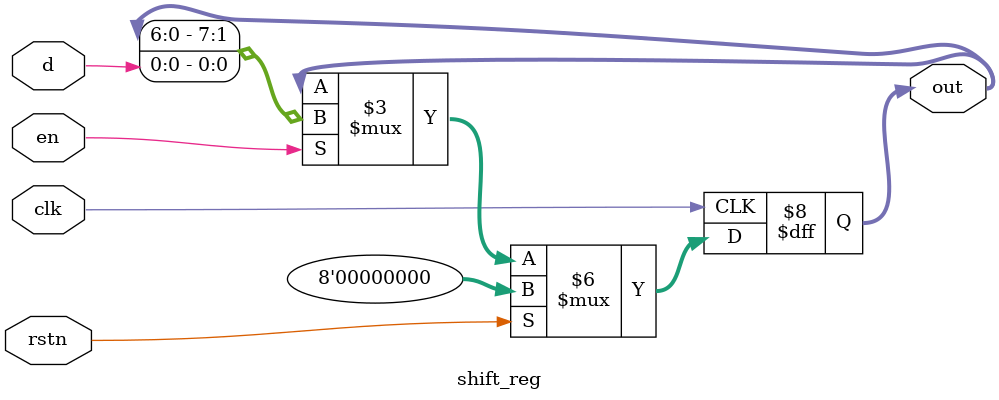
<source format=v>
module shift_reg #(parameter MSB=8) ( input d,
	input clk, 
	input en, 
	input rstn, 
	output reg [MSB-1:0] out);
	always @ (posedge clk)
	if (rstn)
	out <= 0;
	else begin
	if (en)
	out <= {out[MSB-2:0], d};
	else
	out <= out;
	end
	endmodule

</source>
